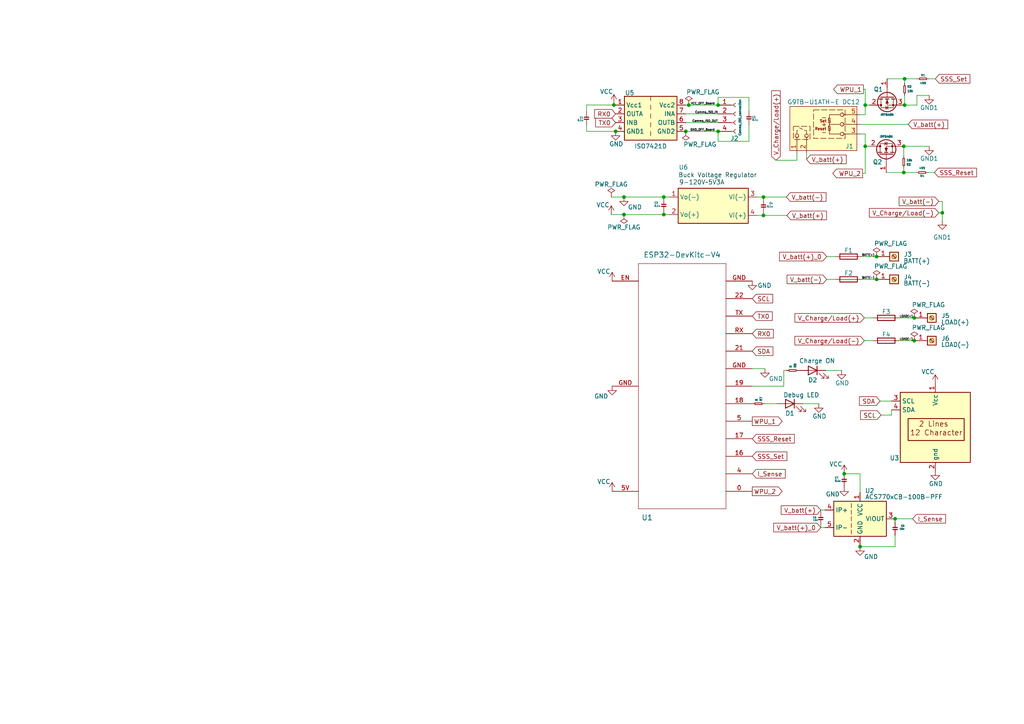
<source format=kicad_sch>
(kicad_sch (version 20230121) (generator eeschema)
  (paper "A4")
  (title_block (title "BMS Skripsie Master Controller Board") (rev "v01") (company "University of Stellenbosch ") (comment 2 "Supervisor: JM Strauss") (comment 3 "Student number: 22877169") (comment 4 "Author: Willem Viljoen"))
  (lib_symbols
    (symbol "Connector:Conn_01x04_Socket" (pin_names (offset 1.016) hide)
      (property "Reference" "J" (at 0 5.08 0))
      (property "Value" "Conn_01x04_Socket" (at 0 -7.62 0))
      (symbol "Conn_01x04_Socket_1_1"
        (arc (start 0 -4.572) (mid -0.5058 -5.08) (end 0 -5.588) (stroke (width 0.1524)))
        (arc (start 0 -2.032) (mid -0.5058 -2.54) (end 0 -3.048) (stroke (width 0.1524)))
        (polyline (pts (xy -1.27 -5.08) (xy -0.508 -5.08)) (stroke (width 0.1524)))
        (polyline (pts (xy -1.27 -2.54) (xy -0.508 -2.54)) (stroke (width 0.1524)))
        (polyline (pts (xy -1.27 0) (xy -0.508 0)) (stroke (width 0.1524)))
        (polyline (pts (xy -1.27 2.54) (xy -0.508 2.54)) (stroke (width 0.1524)))
        (arc (start 0 0.508) (mid -0.5058 0) (end 0 -0.508) (stroke (width 0.1524)))
        (arc (start 0 3.048) (mid -0.5058 2.54) (end 0 2.032) (stroke (width 0.1524)))
        (pin passive line (at -5.08 2.54 0) (length 3.81) (name "Pin_1") (number "1"))
        (pin passive line (at -5.08 0 0) (length 3.81) (name "Pin_2") (number "2"))
        (pin passive line (at -5.08 -2.54 0) (length 3.81) (name "Pin_3") (number "3"))
        (pin passive line (at -5.08 -5.08 0) (length 3.81) (name "Pin_4") (number "4"))
      )
    )
    (symbol "Connector:Conn_01x05_Socket" (pin_names (offset 1.016) hide)
      (property "Reference" "J1" (at 7.62 -6.35 0))
      (property "Value" "G9TB-U1ATH-E DC12" (at 0.127 6.477 0))
      (symbol "Conn_01x05_Socket_1_1"
        (rectangle (start -9.525 5.207) (end 9.906 -7.62) (fill (type background)))
        (rectangle (start -6.096 4.191) (end 3.048 -4.064) (stroke (width 0) (type dash)))
        (circle (center -5.207 -2.794) (radius 0.508))
        (arc (start -5.207 -2.286) (mid -5.7128 -2.794) (end -5.207 -3.302) (stroke (width 0.1524)))
        (circle (center -5.207 0) (radius 0.508))
        (arc (start -5.207 0.508) (mid -5.7128 0) (end -5.207 -0.508) (stroke (width 0.1524)))
        (circle (center -5.207 2.794) (radius 0.508))
        (arc (start -5.207 3.302) (mid -5.7128 2.794) (end -5.207 2.286) (stroke (width 0.1524)))
        (rectangle (start -1.778 -0.508) (end -1.27 -1.778))
        (rectangle (start -1.778 1.778) (end -1.27 0.508))
        (polyline (pts (xy -6.604 -2.794) (xy -5.715 -2.794)) (stroke (width 0.1524)))
        (polyline (pts (xy -6.604 0) (xy -5.715 0)) (stroke (width 0.1524)))
        (polyline (pts (xy -6.604 2.794) (xy -5.715 2.794)) (stroke (width 0.1524)))
        (polyline (pts (xy -1.778 -1.778) (xy -1.27 -0.508)))
        (polyline (pts (xy -1.778 0.508) (xy -1.27 1.778)))
        (polyline (pts (xy 0 -1.016) (xy 0 -1.016)))
        (polyline (pts (xy 0 1.27) (xy 0 1.27)))
        (polyline (pts (xy 5.08 -4.572) (xy 5.08 -3.81)) (stroke (width 0.1524)))
        (polyline (pts (xy 7.874 -4.572) (xy 7.874 -3.81)) (stroke (width 0.1524)))
        (polyline (pts (xy -4.699 -2.794) (xy -1.524 -2.794) (xy -1.524 -1.778)))
        (polyline (pts (xy -1.524 1.778) (xy -1.524 2.794) (xy -4.699 2.794)))
        (polyline (pts (xy 7.874 -2.794) (xy 7.874 -1.778) (xy 7.62 -1.778)))
        (polyline (pts (xy -4.699 0) (xy -1.524 0) (xy -1.524 -0.508) (xy -1.524 0.508)))
        (polyline (pts (xy 5.08 -2.794) (xy 5.08 -1.778) (xy 5.588 -1.778) (xy 7.112 -1.016)))
        (rectangle (start 4.064 -0.5715) (end 8.89 -4.3815) (stroke (width 0) (type dash)))
        (arc (start 4.572 -3.302) (mid 5.08 -3.8078) (end 5.588 -3.302) (stroke (width 0.1524)))
        (circle (center 5.08 -3.302) (radius 0.508))
        (arc (start 7.366 -3.302) (mid 7.874 -3.8078) (end 8.382 -3.302) (stroke (width 0.1524)))
        (circle (center 7.874 -3.302) (radius 0.508))
        (text "\n-" (at 0 -1.27 0) (effects (font (size 1.27 1.27))))
        (text "-\n+" (at 0 1.016 0) (effects (font (size 1.27 1.27))))
        (text "Reset" (at 1.016 -1.27 0) (effects (font (size 0.8 0.8))))
        (text "Set" (at 0.254 1.016 0) (effects (font (size 0.8 0.8))))
        (pin passive line (at 7.874 -8.382 90) (length 3.81) (name "Pin_1") (number "1"))
        (pin passive line (at 5.08 -8.382 90) (length 3.81) (name "Pin_2") (number "2"))
        (pin passive line (at -10.414 -2.794 0) (length 3.81) (name "Pin_3") (number "3"))
        (pin passive line (at -10.414 0 0) (length 3.81) (name "Pin_4") (number "4"))
        (pin passive line (at -10.414 2.794 0) (length 3.81) (name "Pin_5") (number "5"))
      )
    )
    (symbol "Connector:Screw_Terminal_01x01" (pin_names (offset 1.016) hide)
      (property "Reference" "J" (at 0 2.54 0))
      (property "Value" "Screw_Terminal_01x01" (at 0 -2.54 0))
      (symbol "Screw_Terminal_01x01_1_1"
        (rectangle (start -1.27 1.27) (end 1.27 -1.27) (stroke (width 0.254)) (fill (type background)))
        (polyline (pts (xy -0.5334 0.3302) (xy 0.3302 -0.508)) (stroke (width 0.1524)))
        (polyline (pts (xy -0.3556 0.508) (xy 0.508 -0.3302)) (stroke (width 0.1524)))
        (circle (center 0 0) (radius 0.635) (stroke (width 0.1524)))
        (pin passive line (at -5.08 0 0) (length 3.81) (name "Pin_1") (number "1"))
      )
    )
    (symbol "Converter_DCDC:PTN78060W_EUW-7"
      (property "Reference" "U6" (at -9.906 11.176 0))
      (property "Value" "Buck Voltage Regulator" (at 0.0254 8.9662 0))
      (symbol "PTN78060W_EUW-7_0_1"
        (rectangle (start -11.43 -5.08) (end 8.89 5.08) (stroke (width 0.254)) (fill (type background)))
        (text "9-120V~5V3A" (at -4.572 6.858 0) (effects (font (size 1.27 1.27))))
      )
      (symbol "PTN78060W_EUW-7_1_1"
        (pin power_out line (at -13.97 2.54 0) (length 2.54) (name "Vo(-)") (number "1"))
        (pin power_out line (at -13.97 -2.54 0) (length 2.54) (name "Vo(+)") (number "2"))
        (pin power_in line (at 11.43 2.54 180) (length 2.54) (name "Vi(-)") (number "3"))
        (pin input line (at 11.43 -2.794 180) (length 2.54) (name "Vi(+)") (number "4"))
      )
    )
    (symbol "Device:C" (pin_numbers hide) (pin_names (offset 0.254))
      (property "Reference" "C" (at 0.9906 -0.5588 0))
      (property "Value" "C" (at 1.016 -0.5588 0))
      (symbol "C_0_1"
        (polyline (pts (xy -0.5842 0.2794) (xy 0.6858 0.2794)) (stroke (width 0.3)))
        (polyline (pts (xy -0.5588 -0.3048) (xy 0.7112 -0.3048)) (stroke (width 0.3)))
      )
      (symbol "C_1_1"
        (pin passive line (at 0.0508 -1.9812 90) (length 1.5) (name "~") (number "2"))
        (pin passive line (at 0.0508 1.905 270) (length 1.5) (name "~") (number "3"))
      )
    )
    (symbol "Device:Fuse" (pin_numbers hide) (pin_names (offset 0))
      (property "Reference" "F" (at 2.032 0 90))
      (property "Value" "Fuse" (at -1.905 0 90))
      (symbol "Fuse_0_1"
        (rectangle (start -0.762 -2.54) (end 0.762 2.54) (stroke (width 0.254)))
        (polyline (pts (xy 0 2.54) (xy 0 -2.54)))
      )
      (symbol "Fuse_1_1"
        (pin passive line (at 0 3.81 270) (length 1.27) (name "~") (number "1"))
        (pin passive line (at 0 -3.81 90) (length 1.27) (name "~") (number "2"))
      )
    )
    (symbol "Device:LED" (pin_numbers hide) (pin_names (offset 1.016) hide)
      (property "Reference" "D" (at 0 2.54 0))
      (property "Value" "LED" (at 0 -2.54 0))
      (symbol "LED_0_1"
        (polyline (pts (xy -1.27 -1.27) (xy -1.27 1.27)) (stroke (width 0.254)))
        (polyline (pts (xy -1.27 0) (xy 1.27 0)))
        (polyline (pts (xy 1.27 -1.27) (xy 1.27 1.27) (xy -1.27 0) (xy 1.27 -1.27)) (stroke (width 0.254)))
        (polyline (pts (xy -3.048 -0.762) (xy -4.572 -2.286) (xy -3.81 -2.286) (xy -4.572 -2.286) (xy -4.572 -1.524)))
        (polyline (pts (xy -1.778 -0.762) (xy -3.302 -2.286) (xy -2.54 -2.286) (xy -3.302 -2.286) (xy -3.302 -1.524)))
      )
      (symbol "LED_1_1"
        (pin passive line (at -3.81 0 0) (length 2.54) (name "K") (number "1"))
        (pin passive line (at 3.81 0 180) (length 2.54) (name "A") (number "2"))
      )
    )
    (symbol "Display_Character:EA_T123X-I2C"
      (property "Reference" "U3" (at 11.938 0.635 0))
      (symbol "EA_T123X-I2C_0_0"
        (rectangle (start -7.874 2.54) (end 8.382 -3.81) (stroke (width 0.254)))
        (text "12 Character" (at -7.366 -1.524 0) (effects (font (size 1.524 1.524)) (justify left)))
        (text "2 Lines" (at -4.826 1.016 0) (effects (font (size 1.524 1.524)) (justify left)))
      )
      (symbol "EA_T123X-I2C_0_1"
        (rectangle (start -10.16 10.16) (end 10.16 -10.16) (stroke (width 0.254)) (fill (type background)))
      )
      (symbol "EA_T123X-I2C_1_1"
        (pin power_in line (at 0 12.7 270) (length 2.54) (name "Vcc") (number "1"))
        (pin power_in line (at 0 -12.7 90) (length 2.54) (name "gnd") (number "2"))
        (pin input line (at -12.7 7.62 0) (length 2.54) (name "SCL") (number "3"))
        (pin bidirectional line (at -12.7 5.08 0) (length 2.54) (name "SDA") (number "4"))
      )
    )
    (symbol "Interface_CAN_LIN:ISO1050DUB"
      (property "Reference" "U4" (at -6.096 6.096 0))
      (property "Value" "ISO7421D" (at 0 -9.398 0))
      (symbol "ISO1050DUB_0_1"
        (rectangle (start -7.62 5.08) (end 7.62 -7.62) (stroke (width 0.254)) (fill (type background)))
        (polyline (pts (xy 0 -5.08) (xy 0 -6.35)))
        (polyline (pts (xy 0 -2.54) (xy 0 -3.81)))
        (polyline (pts (xy 0 0) (xy 0 -1.27)))
        (polyline (pts (xy 0 2.54) (xy 0 1.27)))
        (polyline (pts (xy 0 5.08) (xy 0 3.81)))
      )
      (symbol "ISO1050DUB_1_1"
        (pin power_in line (at -10.16 2.54 0) (length 2.54) (name "Vcc1") (number "1"))
        (pin output line (at -10.16 0 0) (length 2.54) (name "OUTA") (number "2"))
        (pin input line (at -10.16 -2.54 0) (length 2.54) (name "INB") (number "3"))
        (pin power_in line (at -10.16 -5.08 0) (length 2.54) (name "GND1") (number "4"))
        (pin power_in line (at 10.16 -5.08 180) (length 2.54) (name "GND2") (number "5"))
        (pin bidirectional line (at 10.16 -2.54 180) (length 2.54) (name "OUTB") (number "6"))
        (pin bidirectional line (at 10.16 0 180) (length 2.54) (name "INA") (number "7"))
        (pin power_in line (at 10.16 2.54 180) (length 2.54) (name "Vcc2") (number "8"))
      )
    )
    (symbol "PWR_FLAG_1" (power) (pin_numbers hide) (pin_names (offset 0) hide)
      (property "Value" "PWR_FLAG_1" (at 0 3.81 0))
      (symbol "PWR_FLAG_1_0_0"
        (pin power_out line (at 0 0 90) (length 0) (name "pwr") (number "1"))
      )
      (symbol "PWR_FLAG_1_0_1"
        (polyline (pts (xy 0 0) (xy 0 1.27) (xy -1.016 1.905) (xy 0 2.54) (xy 1.016 1.905) (xy 0 1.27)))
      )
    )
    (symbol "R_1" (pin_numbers hide) (pin_names (offset 0))
      (property "Reference" "R" (at 1.524 -0.508 90))
      (property "Value" "R" (at 1.524 -0.508 90))
      (symbol "R_1_0_1"
        (rectangle (start -0.254 1.016) (end 0.254 -1.016) (stroke (width 0.2)))
      )
      (symbol "R_1_1_1"
        (pin passive line (at 0 -1.778 90) (length 0.6) (name "~") (number "2"))
        (pin passive line (at 0 1.778 270) (length 0.6) (name "~") (number "3"))
      )
    )
    (symbol "R_2" (pin_numbers hide) (pin_names (offset 0))
      (property "Reference" "R" (at 1.524 -0.508 90))
      (property "Value" "R" (at 1.524 -0.508 90))
      (symbol "R_2_0_1"
        (rectangle (start -0.254 1.016) (end 0.254 -1.016) (stroke (width 0.2)))
      )
      (symbol "R_2_1_1"
        (pin passive line (at 0 -1.778 90) (length 0.6) (name "~") (number "2"))
        (pin passive line (at 0 1.778 270) (length 0.6) (name "~") (number "3"))
      )
    )
    (symbol "Sensor_Current:ACS770xCB-100B-PFF"
      (property "Reference" "U" (at -7.62 6.35 0))
      (property "Value" "ACS770xCB-100B-PFF" (at 2.54 6.35 0))
      (symbol "ACS770xCB-100B-PFF_0_1"
        (rectangle (start -7.62 5.08) (end 7.62 -5.08) (stroke (width 0.254)) (fill (type background)))
        (polyline (pts (xy -2.54 -3.175) (xy -2.54 -4.445)))
        (polyline (pts (xy -2.54 -1.27) (xy -2.54 -2.54)))
        (polyline (pts (xy -2.54 0.635) (xy -2.54 -0.635)))
        (polyline (pts (xy -2.54 1.27) (xy -2.54 2.54)))
        (polyline (pts (xy -2.54 3.175) (xy -2.54 4.445)))
      )
      (symbol "ACS770xCB-100B-PFF_1_1"
        (pin power_in line (at 0 7.62 270) (length 2.54) (name "VCC") (number "1"))
        (pin power_in line (at 0 -7.62 90) (length 2.54) (name "GND") (number "2"))
        (pin output line (at 10.16 0 180) (length 2.54) (name "VIOUT") (number "3"))
        (pin passive line (at -10.16 2.54 0) (length 2.54) (name "IP+") (number "4"))
        (pin passive line (at -10.16 -2.54 0) (length 2.54) (name "IP-") (number "5"))
      )
    )
    (symbol "Transistor_FET:IRF540N" (pin_names hide)
      (property "Reference" "Q" (at 6.35 1.905 0))
      (property "Value" "IRF540N" (at 6.35 0 0))
      (symbol "IRF540N_0_1"
        (polyline (pts (xy 0.254 0) (xy -2.54 0)))
        (polyline (pts (xy 0.254 1.905) (xy 0.254 -1.905)) (stroke (width 0.254)))
        (polyline (pts (xy 0.762 -1.27) (xy 0.762 -2.286)) (stroke (width 0.254)))
        (polyline (pts (xy 0.762 0.508) (xy 0.762 -0.508)) (stroke (width 0.254)))
        (polyline (pts (xy 0.762 2.286) (xy 0.762 1.27)) (stroke (width 0.254)))
        (polyline (pts (xy 2.54 2.54) (xy 2.54 1.778)))
        (polyline (pts (xy 2.54 -2.54) (xy 2.54 0) (xy 0.762 0)))
        (polyline (pts (xy 0.762 -1.778) (xy 3.302 -1.778) (xy 3.302 1.778) (xy 0.762 1.778)))
        (polyline (pts (xy 1.016 0) (xy 2.032 0.381) (xy 2.032 -0.381) (xy 1.016 0)) (fill (type outline)))
        (polyline (pts (xy 2.794 0.508) (xy 2.921 0.381) (xy 3.683 0.381) (xy 3.81 0.254)))
        (polyline (pts (xy 3.302 0.381) (xy 2.921 -0.254) (xy 3.683 -0.254) (xy 3.302 0.381)))
        (circle (center 1.651 0) (radius 2.794) (stroke (width 0.254)))
        (circle (center 2.54 -1.778) (radius 0.254) (fill (type outline)))
        (circle (center 2.54 1.778) (radius 0.254) (fill (type outline)))
      )
      (symbol "IRF540N_1_1"
        (pin input line (at -5.08 0 0) (length 2.54) (name "G") (number "1"))
        (pin passive line (at 2.54 5.08 270) (length 2.54) (name "D") (number "2"))
        (pin passive line (at 2.54 -5.08 90) (length 2.54) (name "S") (number "3"))
      )
    )
    (symbol "mstrController:ESP32-PICO-D4" (pin_names (offset 0.254))
      (property "Reference" "U1" (at -10.16 -38.1 0))
      (property "Value" "ESP32-DevKitc-V4" (at 0 38.1 0))
      (symbol "ESP32-PICO-D4_0_1"
        (polyline (pts (xy -12.7 -35.56) (xy 12.7 -35.56)) (stroke (width 0.127)))
        (polyline (pts (xy -12.7 35.56) (xy -12.7 -35.56)) (stroke (width 0.127)))
        (polyline (pts (xy 12.7 35.56) (xy -12.7 35.56)) (stroke (width 0.127)))
        (polyline (pts (xy 12.7 35.56) (xy 12.7 -35.56)) (stroke (width 0.127)))
        (pin power_in line (at 20.32 -30.48 180) (length 7.62) (name "") (number "0"))
        (pin bidirectional line (at 20.32 -20.32 180) (length 7.62) (name "") (number "16"))
        (pin bidirectional line (at 20.32 -15.24 180) (length 7.62) (name "") (number "17"))
        (pin bidirectional line (at 20.32 -5.08 180) (length 7.62) (name "") (number "18"))
        (pin bidirectional line (at 20.32 0 180) (length 7.62) (name "") (number "19"))
        (pin bidirectional line (at 20.32 10.16 180) (length 7.62) (name "") (number "21"))
        (pin bidirectional line (at 20.32 25.4 180) (length 7.62) (name "") (number "22"))
        (pin bidirectional line (at 20.32 -25.4 180) (length 7.62) (name "") (number "4"))
        (pin bidirectional line (at 20.32 -10.16 180) (length 7.62) (name "") (number "5"))
        (pin power_in line (at -20.32 -30.48 0) (length 7.62) (name "") (number "5V"))
        (pin input line (at -20.32 30.48 0) (length 7.62) (name "") (number "EN"))
        (pin power_in line (at -20.32 0 0) (length 7.62) (name "") (number "GND"))
        (pin power_in line (at 20.32 5.08 180) (length 7.62) (name "") (number "GND"))
        (pin power_in line (at 20.32 30.48 180) (length 7.62) (name "") (number "GND"))
        (pin bidirectional line (at 20.32 15.24 180) (length 7.62) (name "") (number "RX"))
        (pin bidirectional line (at 20.32 20.32 180) (length 7.62) (name "") (number "TX"))
      )
    )
    (symbol "power:GND" (power) (pin_names (offset 0))
      (property "Value" "GND" (at 0 -3.81 0))
      (symbol "GND_0_1"
        (polyline (pts (xy 0 0) (xy 0 -1.27) (xy 1.27 -1.27) (xy 0 -2.54) (xy -1.27 -1.27) (xy 0 -1.27)))
      )
      (symbol "GND_1_1"
        (pin power_in line (at 0 0 270) (length 0) hide (name "GND") (number "1"))
      )
    )
    (symbol "power:GND1" (power) (pin_names (offset 0))
      (property "Value" "GND1" (at 0 -3.81 0))
      (symbol "GND1_0_1"
        (polyline (pts (xy 0 0) (xy 0 -1.27) (xy 1.27 -1.27) (xy 0 -2.54) (xy -1.27 -1.27) (xy 0 -1.27)))
      )
      (symbol "GND1_1_1"
        (pin power_in line (at 0 0 270) (length 0) hide (name "GND1") (number "1"))
      )
    )
    (symbol "power:VCC" (power) (pin_names (offset 0))
      (property "Value" "VCC" (at 0 3.81 0))
      (symbol "VCC_0_1"
        (polyline (pts (xy -0.762 1.27) (xy 0 2.54)))
        (polyline (pts (xy 0 0) (xy 0 2.54)))
        (polyline (pts (xy 0 2.54) (xy 0.762 1.27)))
      )
      (symbol "VCC_1_1"
        (pin power_in line (at 0 0 90) (length 0) hide (name "VCC") (number "1"))
      )
    )
  )
  (junction (at 262.382 22.86))
  (junction (at 198.9074 38.1))
  (junction (at 250.952 30.48))
  (junction (at 265.176 98.806))
  (junction (at 249.4534 158.5468))
  (junction (at 192.532 62.23))
  (junction (at 180.975 57.15))
  (junction (at 265.176 92.202))
  (junction (at 244.856 137.414))
  (junction (at 250.952 42.418))
  (junction (at 254.254 74.422))
  (junction (at 180.975 62.23))
  (junction (at 262.128 50.038))
  (junction (at 199.771 30.48))
  (junction (at 192.532 57.15))
  (junction (at 262.128 42.418))
  (junction (at 208.28 30.48))
  (junction (at 221.4372 57.15))
  (junction (at 254.254 81.026))
  (junction (at 221.4372 62.484))
  (junction (at 262.382 30.48))
  (junction (at 208.28 38.1))
  (junction (at 178.054 30.4546))
  (junction (at 178.562 38.1))
  (junction (at 273.304 61.722))
  (junction (at 259.6134 150.4696))
  (wire (pts (xy 217.2208 36.1442) (xy 217.2208 40.9956)))
  (wire (pts (xy 198.882 38.1) (xy 198.9074 38.1)))
  (wire (pts (xy 262.382 24.13) (xy 262.382 22.86)))
  (wire (pts (xy 260.858 92.202) (xy 265.176 92.202)))
  (wire (pts (xy 269.494 22.86) (xy 271.272 22.86)))
  (wire (pts (xy 208.28 40.9956) (xy 208.28 38.1)))
  (wire (pts (xy 231.902 107.442) (xy 231.648 107.442)))
  (wire (pts (xy 250.952 42.418) (xy 250.952 50.292)))
  (wire (pts (xy 180.975 62.23) (xy 192.532 62.23)))
  (wire (pts (xy 262.128 45.212) (xy 262.128 42.418)))
  (wire (pts (xy 249.428 36.068) (xy 263.398 36.068)))
  (wire (pts (xy 252.222 30.48) (xy 250.952 30.48)))
  (wire (pts (xy 170.1292 38.1) (xy 178.562 38.1)))
  (wire (pts (xy 250.444 25.908) (xy 250.952 25.908)))
  (wire (pts (xy 170.1292 36.2712) (xy 170.1292 38.1)))
  (wire (pts (xy 239.2934 147.9296) (xy 238.0742 147.9296)))
  (wire (pts (xy 258.572 120.396) (xy 258.572 118.872)))
  (wire (pts (xy 250.952 33.274) (xy 249.428 33.274)))
  (wire (pts (xy 255.27 116.332) (xy 258.572 116.332)))
  (wire (pts (xy 262.382 30.48) (xy 265.938 30.48)))
  (wire (pts (xy 192.532 62.23) (xy 192.532 61.5442)))
  (wire (pts (xy 262.128 42.418) (xy 269.494 42.418)))
  (wire (pts (xy 218.186 106.934) (xy 221.869 106.934)))
  (wire (pts (xy 262.128 50.038) (xy 257.048 50.038)))
  (wire (pts (xy 198.882 30.48) (xy 199.771 30.48)))
  (wire (pts (xy 259.6134 150.4696) (xy 259.6134 151.384)))
  (wire (pts (xy 262.382 27.686) (xy 262.382 30.48)))
  (wire (pts (xy 259.6134 155.2702) (xy 259.6134 158.5468)))
  (wire (pts (xy 192.532 57.15) (xy 192.532 57.658)))
  (wire (pts (xy 250.952 30.48) (xy 250.952 33.274)))
  (wire (pts (xy 250.952 42.418) (xy 250.952 38.862)))
  (wire (pts (xy 265.684 50.038) (xy 262.128 50.038)))
  (wire (pts (xy 198.882 35.56) (xy 208.28 35.56)))
  (wire (pts (xy 198.882 33.02) (xy 208.28 33.02)))
  (wire (pts (xy 198.9074 38.1) (xy 208.28 38.1)))
  (wire (pts (xy 208.28 28.2448) (xy 208.28 30.48)))
  (wire (pts (xy 249.4534 142.8496) (xy 249.4534 137.414)))
  (wire (pts (xy 221.4372 62.484) (xy 221.4372 61.722)))
  (wire (pts (xy 250.698 98.806) (xy 253.238 98.806)))
  (wire (pts (xy 273.304 58.42) (xy 272.288 58.42)))
  (wire (pts (xy 177.292 57.15) (xy 180.975 57.15)))
  (wire (pts (xy 178.054 30.4546) (xy 178.054 30.48)))
  (wire (pts (xy 249.936 81.026) (xy 254.254 81.026)))
  (wire (pts (xy 249.428 38.862) (xy 250.952 38.862)))
  (wire (pts (xy 194.1576 57.15) (xy 192.532 57.15)))
  (wire (pts (xy 262.128 48.768) (xy 262.128 50.038)))
  (wire (pts (xy 177.292 62.23) (xy 180.975 62.23)))
  (wire (pts (xy 219.5576 62.484) (xy 221.4372 62.484)))
  (wire (pts (xy 219.5576 57.15) (xy 221.4372 57.15)))
  (wire (pts (xy 265.938 22.86) (xy 262.382 22.86)))
  (wire (pts (xy 170.1292 32.385) (xy 170.1292 30.4546)))
  (wire (pts (xy 217.2208 28.2448) (xy 208.28 28.2448)))
  (wire (pts (xy 273.304 61.722) (xy 273.304 58.42)))
  (wire (pts (xy 239.2934 153.0096) (xy 238.0742 153.0096)))
  (wire (pts (xy 232.918 117.094) (xy 237.49 117.094)))
  (wire (pts (xy 249.4534 158.0896) (xy 249.4534 158.5468)))
  (wire (pts (xy 272.288 61.722) (xy 273.304 61.722)))
  (wire (pts (xy 194.1576 62.23) (xy 192.532 62.23)))
  (wire (pts (xy 233.934 44.45) (xy 233.934 46.228)))
  (wire (pts (xy 262.382 22.86) (xy 257.302 22.86)))
  (wire (pts (xy 238.0742 147.9296) (xy 238.0742 148.4884)))
  (wire (pts (xy 221.4372 62.484) (xy 228.219 62.484)))
  (wire (pts (xy 227.33 112.014) (xy 218.186 112.014)))
  (wire (pts (xy 199.771 30.48) (xy 208.28 30.48)))
  (wire (pts (xy 170.1292 30.4546) (xy 178.054 30.4546)))
  (wire (pts (xy 259.6134 158.5468) (xy 249.4534 158.5468)))
  (wire (pts (xy 231.14 46.482) (xy 231.14 44.45)))
  (wire (pts (xy 249.4534 137.414) (xy 244.856 137.414)))
  (wire (pts (xy 217.2208 32.258) (xy 217.2208 28.2448)))
  (wire (pts (xy 180.975 57.15) (xy 192.532 57.15)))
  (wire (pts (xy 221.4372 57.15) (xy 228.092 57.15)))
  (wire (pts (xy 221.4372 57.15) (xy 221.4372 57.8358)))
  (wire (pts (xy 227.33 107.442) (xy 228.092 107.442)))
  (wire (pts (xy 239.522 107.442) (xy 244.094 107.442)))
  (wire (pts (xy 265.938 27.686) (xy 265.938 30.48)))
  (wire (pts (xy 250.952 25.908) (xy 250.952 30.48)))
  (wire (pts (xy 178.054 30.48) (xy 178.562 30.48)))
  (wire (pts (xy 238.0742 153.0096) (xy 238.0742 152.3746)))
  (wire (pts (xy 259.6134 150.4696) (xy 264.6934 150.4696)))
  (wire (pts (xy 269.494 27.686) (xy 265.938 27.686)))
  (wire (pts (xy 250.698 92.202) (xy 253.238 92.202)))
  (wire (pts (xy 260.858 98.806) (xy 265.176 98.806)))
  (wire (pts (xy 269.24 50.038) (xy 271.018 50.038)))
  (wire (pts (xy 255.524 120.396) (xy 258.572 120.396)))
  (wire (pts (xy 251.968 42.418) (xy 250.952 42.418)))
  (wire (pts (xy 217.2208 40.9956) (xy 208.28 40.9956)))
  (wire (pts (xy 225.044 46.482) (xy 231.14 46.482)))
  (wire (pts (xy 273.304 61.722) (xy 273.304 64.008)))
  (wire (pts (xy 250.19 50.292) (xy 250.952 50.292)))
  (wire (pts (xy 227.33 107.442) (xy 227.33 112.014)))
  (wire (pts (xy 239.776 74.422) (xy 242.316 74.422)))
  (wire (pts (xy 239.776 81.026) (xy 242.316 81.026)))
  (wire (pts (xy 249.936 74.422) (xy 254.254 74.422)))
  (wire (pts (xy 225.298 117.094) (xy 221.742 117.094)))
  (wire (pts (xy 178.054 29.972) (xy 178.054 30.4546)))
  (label "LOAD(-)" (at 260.858 98.806 0) (effects (font (size 0.6 0.6))))
  (label "Comms_ISO_IN" (at 208.28 33.02 180) (effects (font (size 0.6 0.6))))
  (label "LOAD(+)" (at 260.858 92.202 0) (effects (font (size 0.6 0.6))))
  (label "VCC_OFF_Board  " (at 208.28 30.48 180) (effects (font (size 0.6 0.6))))
  (label "BATT(+)" (at 249.936 74.422 0) (effects (font (size 0.6 0.6))))
  (label "BATT(-)" (at 249.936 81.026 0) (effects (font (size 0.6 0.6))))
  (label "GND_OFF_Board  " (at 208.28 38.1 180) (effects (font (size 0.6 0.6))))
  (label "Comms_ISO_OUT" (at 208.28 35.56 180) (effects (font (size 0.6 0.6))))
  (global_label "SSS_Reset" (shape input) (at 218.186 127.254 0) (property "Intersheetrefs" "${INTERSHEET_REFS}" (effects hide)))
  (global_label "SSS_Set" (shape input) (at 271.272 22.86 0) (property "Intersheetrefs" "${INTERSHEET_REFS}" (effects hide)))
  (global_label "SCL" (shape input) (at 255.524 120.396 180) (property "Intersheetrefs" "${INTERSHEET_REFS}" (effects hide)))
  (global_label "WPU_1" (shape output) (at 250.444 25.908 180) (property "Intersheetrefs" "${INTERSHEET_REFS}" (effects hide)))
  (global_label "WPU_2" (shape output) (at 218.186 142.494 0) (property "Intersheetrefs" "${INTERSHEET_REFS}" (effects hide)))
  (global_label "V_batt(+)" (shape input) (at 228.219 62.484 0) (property "Intersheetrefs" "${INTERSHEET_REFS}" (effects hide)))
  (global_label "WPU_2" (shape output) (at 250.19 50.292 180) (property "Intersheetrefs" "${INTERSHEET_REFS}" (effects hide)))
  (global_label "I_Sense" (shape input) (at 218.186 137.414 0) (property "Intersheetrefs" "${INTERSHEET_REFS}" (effects hide)))
  (global_label "SSS_Reset" (shape input) (at 271.018 50.038 0) (property "Intersheetrefs" "${INTERSHEET_REFS}" (effects hide)))
  (global_label "SSS_Set" (shape input) (at 218.186 132.334 0) (property "Intersheetrefs" "${INTERSHEET_REFS}" (effects hide)))
  (global_label "V_batt(+)_0" (shape input) (at 239.776 74.422 180) (property "Intersheetrefs" "${INTERSHEET_REFS}" (effects hide)))
  (global_label "V_batt(+)" (shape input) (at 238.0742 147.955 180) (property "Intersheetrefs" "${INTERSHEET_REFS}" (effects hide)))
  (global_label "V_batt(-)" (shape input) (at 272.288 58.42 180) (property "Intersheetrefs" "${INTERSHEET_REFS}" (effects hide)))
  (global_label "TX0" (shape input) (at 218.186 91.694 0) (property "Intersheetrefs" "${INTERSHEET_REFS}" (effects hide)))
  (global_label "SDA" (shape input) (at 218.186 101.854 0) (property "Intersheetrefs" "${INTERSHEET_REFS}" (effects hide)))
  (global_label "V_Charge{slash}Load(-)" (shape input) (at 250.698 98.806 180) (property "Intersheetrefs" "${INTERSHEET_REFS}" (effects hide)))
  (global_label "SCL" (shape input) (at 218.186 86.614 0) (property "Intersheetrefs" "${INTERSHEET_REFS}" (effects hide)))
  (global_label "V_batt(+)" (shape input) (at 263.398 36.068 0) (property "Intersheetrefs" "${INTERSHEET_REFS}" (effects hide)))
  (global_label "I_Sense" (shape input) (at 264.6934 150.4696 0) (property "Intersheetrefs" "${INTERSHEET_REFS}" (effects hide)))
  (global_label "SDA" (shape input) (at 255.27 116.332 180) (property "Intersheetrefs" "${INTERSHEET_REFS}" (effects hide)))
  (global_label "V_batt(+)" (shape input) (at 233.934 46.228 0) (property "Intersheetrefs" "${INTERSHEET_REFS}" (effects hide)))
  (global_label "RX0" (shape input) (at 178.562 33.02 180) (property "Intersheetrefs" "${INTERSHEET_REFS}" (effects hide)))
  (global_label "V_Charge{slash}Load(+)" (shape input) (at 225.044 46.482 90) (property "Intersheetrefs" "${INTERSHEET_REFS}" (effects hide)))
  (global_label "WPU_1" (shape output) (at 218.186 122.174 0) (property "Intersheetrefs" "${INTERSHEET_REFS}" (effects hide)))
  (global_label "RX0" (shape input) (at 218.186 96.774 0) (property "Intersheetrefs" "${INTERSHEET_REFS}" (effects hide)))
  (global_label "V_batt(-)" (shape input) (at 228.092 57.15 0) (property "Intersheetrefs" "${INTERSHEET_REFS}" (effects hide)))
  (global_label "TX0" (shape input) (at 178.562 35.56 180) (property "Intersheetrefs" "${INTERSHEET_REFS}" (effects hide)))
  (global_label "V_batt(+)_0" (shape input) (at 238.0742 153.0096 180) (property "Intersheetrefs" "${INTERSHEET_REFS}" (effects hide)))
  (global_label "V_batt(-)" (shape input) (at 239.776 81.026 180) (property "Intersheetrefs" "${INTERSHEET_REFS}" (effects hide)))
  (global_label "V_Charge{slash}Load(-)" (shape input) (at 272.288 61.722 180) (property "Intersheetrefs" "${INTERSHEET_REFS}" (effects hide)))
  (global_label "V_Charge{slash}Load(+)" (shape input) (at 250.698 92.202 180) (property "Intersheetrefs" "${INTERSHEET_REFS}" (effects hide)))
  (symbol (lib_id "Device:C") (at 221.3864 59.7408 0) (unit 1)
    (property "Reference" "C4" (at 224.1804 58.9788 0) (effects (font (size 0.5 0.5)) (justify right)))
    (property "Value" "0.1u" (at 224.1804 59.8678 0) (effects (font (size 0.5 0.5)) (justify right)))
    (property "Footprint" "Capacitor_THT:CP_Radial_D5.0mm_P2.50mm" (effects hide))
  )
  (symbol (lib_name "PWR_FLAG_1") (lib_id "power:PWR_FLAG") (at 254.254 81.026 0) (unit 1)
    (property "Reference" "#FLG02" (effects hide))
    (property "Value" "PWR_FLAG" (at 258.3688 77.2414 0))
  )
  (symbol (lib_id "Device:LED") (at 235.712 107.442 0) (mirror y) (unit 1)
    (property "Reference" "D2" (at 235.712 110.236 0))
    (property "Value" "Charge ON" (at 236.982 104.648 0))
    (property "Footprint" "LED_THT:LED_D3.0mm" (effects hide))
  )
  (symbol (lib_id "power:GND") (at 218.186 81.534 0) (unit 1)
    (property "Reference" "#PWR011" (effects hide))
    (property "Value" "GND" (at 221.742 82.804 0))
  )
  (symbol (lib_id "power:GND") (at 237.49 117.094 0) (unit 1)
    (property "Reference" "#PWR019" (effects hide))
    (property "Value" "GND" (at 237.6678 120.7516 0))
  )
  (symbol (lib_id "Sensor_Current:ACS770xCB-100B-PFF") (at 249.4534 150.4696 0) (unit 1)
    (property "Reference" "U2" (at 252.2474 142.3416 0))
    (property "Value" "ACS770xCB-100B-PFF" (at 262.1534 144.1196 0))
    (property "Footprint" "Sensor_Current:Allegro_CB_PFF" (effects hide))
    (property "Datasheet" "http://www.allegromicro.com/~/media/Files/Datasheets/ACS758-Datasheet.ashx?la=en" (effects hide))
  )
  (symbol (lib_id "Connector:Conn_01x05_Socket") (at 239.014 36.068 0) (mirror y) (unit 1)
    (property "Reference" "J1" (at 246.38 42.418 0))
    (property "Value" "G9TB-U1ATH-E DC12" (at 238.887 29.591 0))
    (property "Footprint" "Connector_PinHeader_2.54mm:PinHeader_1x03_P2.54mm_Horizontal" (effects hide))
  )
  (symbol (lib_id "power:GND1") (at 273.304 64.008 0) (unit 1)
    (property "Reference" "#PWR01" (effects hide))
    (property "Value" "GND1" (at 273.304 68.834 0))
  )
  (symbol (lib_id "power:VCC") (at 244.856 137.414 0) (unit 1)
    (property "Reference" "#PWR018" (effects hide))
    (property "Value" "VCC" (at 242.443 134.62 0))
  )
  (symbol (lib_id "Device:LED") (at 229.108 117.094 0) (mirror y) (unit 1)
    (property "Reference" "D1" (at 229.108 119.888 0))
    (property "Value" "Debug LED" (at 232.41 114.554 0))
    (property "Footprint" "LED_THT:LED_D3.0mm" (effects hide))
  )
  (symbol (lib_id "power:VCC") (at 177.292 62.23 0) (unit 1)
    (property "Reference" "#PWR013" (effects hide))
    (property "Value" "VCC" (at 174.879 59.436 0))
  )
  (symbol (lib_id "Connector:Screw_Terminal_01x01") (at 259.334 81.026 0) (unit 1)
    (property "Reference" "J4" (at 262.128 80.391 0) (effects (justify left)))
    (property "Value" "BATT(-)" (at 262.001 82.169 0) (effects (justify left)))
    (property "Footprint" "TerminalBlock_Wuerth:Wuerth_REDCUBE-THR_WP-THRBU_74650194_THR" (effects hide))
  )
  (symbol (lib_id "Device:Fuse") (at 246.126 81.026 90) (unit 1)
    (property "Reference" "F2" (at 246.126 79.248 90))
    (property "Value" "Fuse" (effects hide))
    (property "Footprint" "Battery:BIG_fuse" (effects hide))
  )
  (symbol (lib_name "R_2") (lib_id "Device:R") (at 262.128 46.99 0) (mirror x) (unit 1)
    (property "Reference" "R3" (at 262.89 47.752 0) (effects (font (size 0.6 0.6)) (justify left)))
    (property "Value" "10k" (at 262.89 46.482 0) (effects (font (size 0.6 0.6)) (justify left)))
    (property "Footprint" "Resistor_THT:R_Axial_DIN0207_L6.3mm_D2.5mm_P7.62mm_Horizontal" (effects hide))
  )
  (symbol (lib_id "Device:C") (at 259.5626 153.289 0) (unit 1)
    (property "Reference" "C5" (at 262.3566 152.527 0) (effects (font (size 0.5 0.5)) (justify right)))
    (property "Value" "10n" (at 262.3566 153.416 0) (effects (font (size 0.5 0.5)) (justify right)))
    (property "Footprint" "Capacitor_THT:CP_Radial_D5.0mm_P2.50mm" (effects hide))
  )
  (symbol (lib_id "power:VCC") (at 177.546 142.494 0) (unit 1)
    (property "Reference" "#PWR014" (effects hide))
    (property "Value" "VCC" (at 175.133 139.7 0))
  )
  (symbol (lib_name "PWR_FLAG_1") (lib_id "power:PWR_FLAG") (at 177.292 57.15 0) (unit 1)
    (property "Reference" "#FLG03" (effects hide))
    (property "Value" "PWR_FLAG" (at 177.292 53.467 0))
  )
  (symbol (lib_id "power:GND") (at 271.272 136.652 0) (unit 1)
    (property "Reference" "#PWR04" (effects hide))
    (property "Value" "GND" (at 271.4498 140.3096 0))
  )
  (symbol (lib_id "power:GND") (at 180.975 57.15 0) (unit 1)
    (property "Reference" "#PWR012" (effects hide))
    (property "Value" "GND" (at 184.15 60.071 0))
  )
  (symbol (lib_name "R_2") (lib_id "Device:R") (at 229.87 107.442 270) (mirror x) (unit 1)
    (property "Reference" "R8" (at 230.632 106.68 0) (effects (font (size 0.6 0.6)) (justify left)))
    (property "Value" "R" (at 229.362 106.68 0) (effects (font (size 0.6 0.6)) (justify left)))
    (property "Footprint" "Resistor_THT:R_Axial_DIN0207_L6.3mm_D2.5mm_P7.62mm_Horizontal" (effects hide))
  )
  (symbol (lib_name "PWR_FLAG_1") (lib_id "power:PWR_FLAG") (at 180.975 62.23 0) (mirror x) (unit 1)
    (property "Reference" "#FLG04" (effects hide))
    (property "Value" "PWR_FLAG" (at 180.975 65.913 0))
  )
  (symbol (lib_name "PWR_FLAG_1") (lib_id "power:PWR_FLAG") (at 265.176 98.806 0) (unit 1)
    (property "Reference" "#FLG09" (effects hide))
    (property "Value" "PWR_FLAG" (at 269.2908 95.0214 0))
  )
  (symbol (lib_id "power:GND") (at 221.869 106.934 0) (unit 1)
    (property "Reference" "#PWR010" (effects hide))
    (property "Value" "GND" (at 225.044 109.855 0))
  )
  (symbol (lib_id "Connector:Screw_Terminal_01x01") (at 270.256 98.806 0) (unit 1)
    (property "Reference" "J6" (at 273.05 98.171 0) (effects (justify left)))
    (property "Value" "LOAD(-)" (at 272.923 99.949 0) (effects (justify left)))
    (property "Footprint" "TerminalBlock_Wuerth:Wuerth_REDCUBE-THR_WP-THRBU_74650194_THR" (effects hide))
  )
  (symbol (lib_id "Transistor_FET:IRF540N") (at 257.048 44.958 90) (unit 1)
    (property "Reference" "Q2" (at 254.508 46.99 90))
    (property "Value" "IRF540N" (at 257.048 39.624 90) (effects (font (size 0.6 0.6))))
    (property "Footprint" "Package_TO_SOT_THT:TO-220-3_Vertical" (effects hide))
    (property "Datasheet" "http://www.irf.com/product-info/datasheets/data/irf540n.pdf" (effects hide))
  )
  (symbol (lib_name "PWR_FLAG_1") (lib_id "power:PWR_FLAG") (at 199.771 30.48 0) (unit 1)
    (property "Reference" "#FLG07" (effects hide))
    (property "Value" "PWR_FLAG" (at 203.8858 26.6954 0))
  )
  (symbol (lib_name "R_2") (lib_id "Device:R") (at 262.382 25.908 0) (unit 1)
    (property "Reference" "R2" (at 263.144 25.146 0) (effects (font (size 0.6 0.6)) (justify left)))
    (property "Value" "10k" (at 263.144 26.416 0) (effects (font (size 0.6 0.6)) (justify left)))
    (property "Footprint" "Resistor_THT:R_Axial_DIN0207_L6.3mm_D2.5mm_P7.62mm_Horizontal" (effects hide))
  )
  (symbol (lib_id "Device:Fuse") (at 257.048 92.202 90) (unit 1)
    (property "Reference" "F3" (at 257.048 90.424 90))
    (property "Value" "Fuse" (effects hide))
    (property "Footprint" "Battery:BIG_fuse" (effects hide))
  )
  (symbol (lib_id "power:VCC") (at 271.272 111.252 0) (unit 1)
    (property "Reference" "#PWR03" (effects hide))
    (property "Value" "VCC" (at 269.1384 107.8484 0))
  )
  (symbol (lib_id "Interface_CAN_LIN:ISO1050DUB") (at 188.722 33.02 0) (unit 1)
    (property "Reference" "U5" (at 182.626 26.924 0))
    (property "Value" "ISO7421D" (at 188.722 42.418 0))
    (property "Footprint" "D8-M:D8-M" (effects hide))
    (property "Datasheet" "http://www.ti.com/lit/ds/symlink/iso1050.pdf" (effects hide))
  )
  (symbol (lib_name "PWR_FLAG_1") (lib_id "power:PWR_FLAG") (at 265.176 92.202 0) (unit 1)
    (property "Reference" "#FLG08" (effects hide))
    (property "Value" "PWR_FLAG" (at 269.2908 88.4174 0))
  )
  (symbol (lib_id "Device:C") (at 244.9068 139.319 0) (mirror y) (unit 1)
    (property "Reference" "C7" (at 242.1128 138.557 0) (effects (font (size 0.5 0.5)) (justify right)))
    (property "Value" "0.1u" (at 242.1128 139.446 0) (effects (font (size 0.5 0.5)) (justify right)))
    (property "Footprint" "Capacitor_THT:CP_Radial_D5.0mm_P2.50mm" (effects hide))
  )
  (symbol (lib_id "power:GND") (at 178.562 38.1 0) (unit 1)
    (property "Reference" "#PWR08" (effects hide))
    (property "Value" "GND" (at 178.7398 41.7576 0))
  )
  (symbol (lib_id "power:VCC") (at 178.054 29.972 0) (unit 1)
    (property "Reference" "#PWR06" (effects hide))
    (property "Value" "VCC" (at 175.9204 26.5684 0))
  )
  (symbol (lib_id "Device:C") (at 170.18 34.29 0) (mirror y) (unit 1)
    (property "Reference" "C1" (at 169.2148 34.1122 0) (effects (font (size 0.5 0.5)) (justify left)))
    (property "Value" "0.1u" (at 169.2148 34.8742 0) (effects (font (size 0.5 0.5)) (justify left)))
    (property "Footprint" "Capacitor_THT:CP_Radial_D5.0mm_P2.50mm" (effects hide))
  )
  (symbol (lib_id "Connector:Conn_01x04_Socket") (at 213.36 33.02 0) (unit 1)
    (property "Reference" "J2" (at 211.836 40.132 0) (effects (justify left)))
    (property "Value" "Comms_ISO_connection" (at 214.63 39.37 90) (effects (font (size 0.6 0.6)) (justify left)))
    (property "Footprint" "Connector_PinSocket_2.54mm:PinSocket_1x04_P2.54mm_Vertical" (effects hide))
  )
  (symbol (lib_name "PWR_FLAG_1") (lib_id "power:PWR_FLAG") (at 254.254 74.422 0) (unit 1)
    (property "Reference" "#FLG05" (effects hide))
    (property "Value" "PWR_FLAG" (at 258.3688 70.6374 0))
  )
  (symbol (lib_id "Converter_DCDC:PTN78060W_EUW-7") (at 208.1276 59.69 0) (unit 1)
    (property "Reference" "U6" (at 198.2216 48.514 0))
    (property "Value" "Buck Voltage Regulator" (at 208.153 50.7238 0))
    (property "Footprint" "Module:Texas_EUW_R-PDSS-T7_THT" (effects hide))
    (property "Datasheet" "https://www.ti.com/lit/ds/symlink/ptn78060w.pdf" (effects hide))
  )
  (symbol (lib_name "R_1") (lib_id "Device:R") (at 267.716 22.86 270) (mirror x) (unit 1)
    (property "Reference" "R1" (at 267.716 21.844 90) (effects (font (size 0.6 0.6))))
    (property "Value" "499" (at 267.716 24.13 90) (effects (font (size 0.6 0.6))))
    (property "Footprint" "Resistor_THT:R_Axial_DIN0207_L6.3mm_D2.5mm_P7.62mm_Horizontal" (effects hide))
  )
  (symbol (lib_id "power:GND1") (at 269.494 27.686 0) (unit 1)
    (property "Reference" "#PWR07" (effects hide))
    (property "Value" "GND1" (at 269.494 31.242 0))
  )
  (symbol (lib_id "power:VCC") (at 177.546 81.534 0) (unit 1)
    (property "Reference" "#PWR021" (effects hide))
    (property "Value" "VCC" (at 175.133 78.74 0))
  )
  (symbol (lib_id "Connector:Screw_Terminal_01x01") (at 259.334 74.422 0) (unit 1)
    (property "Reference" "J3" (at 262.128 73.787 0) (effects (justify left)))
    (property "Value" "BATT(+)" (at 262.001 75.692 0) (effects (justify left)))
    (property "Footprint" "TerminalBlock_Wuerth:Wuerth_REDCUBE-THR_WP-THRBU_74650194_THR" (effects hide))
  )
  (symbol (lib_id "mstrController:ESP32-PICO-D4") (at 197.866 112.014 0) (unit 1)
    (property "Reference" "U1" (at 187.706 150.114 0) (effects (font (size 1.524 1.524))))
    (property "Value" "ESP32-DevKitc-V4" (at 197.866 73.914 0) (effects (font (size 1.524 1.524))))
    (property "Footprint" "Battery:MASTERcontroller" (effects hide))
    (property "Datasheet" "ESP32-PICO-D4" (effects hide))
  )
  (symbol (lib_id "Connector:Screw_Terminal_01x01") (at 270.256 92.202 0) (unit 1)
    (property "Reference" "J5" (at 273.05 91.567 0) (effects (justify left)))
    (property "Value" "LOAD(+)" (at 272.923 93.472 0) (effects (justify left)))
    (property "Footprint" "TerminalBlock_Wuerth:Wuerth_REDCUBE-THR_WP-THRBU_74650194_THR" (effects hide))
  )
  (symbol (lib_id "Device:C") (at 238.125 150.3934 0) (mirror y) (unit 1)
    (property "Reference" "C6" (at 235.7374 150.0886 0) (effects (font (size 0.5 0.5)) (justify right)))
    (property "Value" "10n" (at 235.7882 150.876 0) (effects (font (size 0.5 0.5)) (justify right)))
    (property "Footprint" "Capacitor_THT:CP_Radial_D5.0mm_P2.50mm" (effects hide))
  )
  (symbol (lib_id "Device:C") (at 192.5828 59.563 0) (mirror y) (unit 1)
    (property "Reference" "C3" (at 189.7888 58.801 0) (effects (font (size 0.5 0.5)) (justify right)))
    (property "Value" "0.1u" (at 189.7888 59.69 0) (effects (font (size 0.5 0.5)) (justify right)))
    (property "Footprint" "Capacitor_THT:CP_Radial_D5.0mm_P2.50mm" (effects hide))
  )
  (symbol (lib_id "Device:Fuse") (at 257.048 98.806 90) (unit 1)
    (property "Reference" "F4" (at 257.048 97.028 90))
    (property "Value" "Fuse" (effects hide))
    (property "Footprint" "Battery:BIG_fuse" (effects hide))
  )
  (symbol (lib_id "power:GND") (at 244.856 141.3002 0) (mirror y) (unit 1)
    (property "Reference" "#PWR017" (effects hide))
    (property "Value" "GND" (at 241.5286 143.3322 0))
  )
  (symbol (lib_name "PWR_FLAG_1") (lib_id "power:PWR_FLAG") (at 198.9074 38.1 0) (mirror x) (unit 1)
    (property "Reference" "#FLG01" (effects hide))
    (property "Value" "PWR_FLAG" (at 203.0222 41.8846 0))
  )
  (symbol (lib_id "power:GND") (at 177.546 112.014 0) (mirror y) (unit 1)
    (property "Reference" "#PWR015" (effects hide))
    (property "Value" "GND" (at 174.371 114.935 0))
  )
  (symbol (lib_id "Transistor_FET:IRF540N") (at 257.302 27.94 90) (mirror x) (unit 1)
    (property "Reference" "Q1" (at 254.762 25.908 90))
    (property "Value" "IRF540N" (at 257.302 33.274 90) (effects (font (size 0.6 0.6))))
    (property "Footprint" "Package_TO_SOT_THT:TO-220-3_Vertical" (effects hide))
    (property "Datasheet" "http://www.irf.com/product-info/datasheets/data/irf540n.pdf" (effects hide))
  )
  (symbol (lib_name "R_1") (lib_id "Device:R") (at 267.462 50.038 270) (unit 1)
    (property "Reference" "R4" (at 267.462 51.054 90) (effects (font (size 0.6 0.6))))
    (property "Value" "499" (at 267.462 48.768 90) (effects (font (size 0.6 0.6))))
    (property "Footprint" "Resistor_THT:R_Axial_DIN0207_L6.3mm_D2.5mm_P7.62mm_Horizontal" (effects hide))
  )
  (symbol (lib_id "Device:C") (at 217.17 34.163 0) (unit 1)
    (property "Reference" "C2" (at 218.1352 33.9852 0) (effects (font (size 0.5 0.5)) (justify left)))
    (property "Value" "0.1u" (at 218.1352 34.7472 0) (effects (font (size 0.5 0.5)) (justify left)))
    (property "Footprint" "Capacitor_THT:CP_Radial_D5.0mm_P2.50mm" (effects hide))
  )
  (symbol (lib_id "power:GND") (at 249.4534 158.5468 0) (unit 1)
    (property "Reference" "#PWR016" (effects hide))
    (property "Value" "GND" (at 252.6284 161.4678 0))
  )
  (symbol (lib_id "Device:Fuse") (at 246.126 74.422 90) (unit 1)
    (property "Reference" "F1" (at 246.126 72.644 90))
    (property "Value" "Fuse" (effects hide))
    (property "Footprint" "Battery:BIG_fuse" (effects hide))
  )
  (symbol (lib_id "power:GND") (at 244.094 107.442 0) (unit 1)
    (property "Reference" "#PWR020" (effects hide))
    (property "Value" "GND" (at 244.2718 111.0996 0))
  )
  (symbol (lib_name "R_2") (lib_id "Device:R") (at 219.964 117.094 270) (mirror x) (unit 1)
    (property "Reference" "R7" (at 220.726 116.332 0) (effects (font (size 0.6 0.6)) (justify left)))
    (property "Value" "R" (at 219.456 116.332 0) (effects (font (size 0.6 0.6)) (justify left)))
    (property "Footprint" "Resistor_THT:R_Axial_DIN0207_L6.3mm_D2.5mm_P7.62mm_Horizontal" (effects hide))
  )
  (symbol (lib_id "power:GND1") (at 269.494 42.418 0) (unit 1)
    (property "Reference" "#PWR05" (effects hide))
    (property "Value" "GND1" (at 269.494 45.974 0))
  )
  (symbol (lib_id "Display_Character:EA_T123X-I2C") (at 271.272 123.952 0) (unit 1)
    (property "Reference" "U3" (at 258.064 132.842 0) (effects (justify left)))
    (property "Value" "EA_T123X-I2C" (effects hide))
    (property "Footprint" "LCD_LCM-S01602DSF_C-Y:LCD_LCM-S01602DSF_C-Y" (effects hide))
    (property "Datasheet" "http://www.lcd-module.de/pdf/doma/t123-i2c.pdf" (effects hide))
  )
)
</source>
